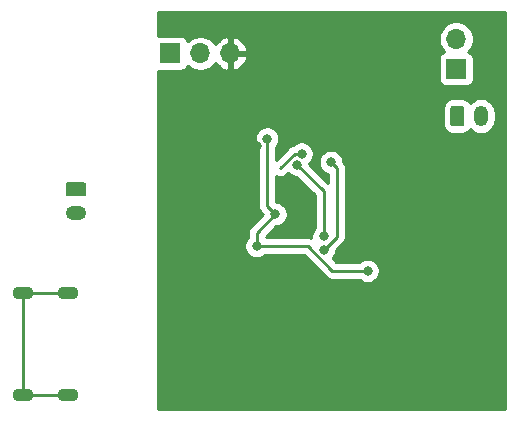
<source format=gbl>
G04 #@! TF.GenerationSoftware,KiCad,Pcbnew,(5.1.5-0)*
G04 #@! TF.CreationDate,2022-05-19T14:53:53-06:00*
G04 #@! TF.ProjectId,TPS61165-heater-v5,54505336-3131-4363-952d-686561746572,rev?*
G04 #@! TF.SameCoordinates,Original*
G04 #@! TF.FileFunction,Copper,L2,Bot*
G04 #@! TF.FilePolarity,Positive*
%FSLAX46Y46*%
G04 Gerber Fmt 4.6, Leading zero omitted, Abs format (unit mm)*
G04 Created by KiCad (PCBNEW (5.1.5-0)) date 2022-05-19 14:53:53*
%MOMM*%
%LPD*%
G04 APERTURE LIST*
%ADD10O,1.800000X1.100000*%
%ADD11O,1.700000X1.700000*%
%ADD12R,1.700000X1.700000*%
%ADD13O,1.200000X1.750000*%
%ADD14C,0.100000*%
%ADD15O,1.750000X1.200000*%
%ADD16C,0.800000*%
%ADD17C,0.250000*%
%ADD18C,0.254000*%
G04 APERTURE END LIST*
D10*
X118525000Y-79480000D03*
X118525000Y-88120000D03*
X122325000Y-79480000D03*
X122325000Y-88120000D03*
D11*
X136080000Y-59200000D03*
X133540000Y-59200000D03*
D12*
X131000000Y-59200000D03*
D13*
X157300000Y-64500000D03*
G04 #@! TA.AperFunction,ComponentPad*
D14*
G36*
X155674505Y-63626204D02*
G01*
X155698773Y-63629804D01*
X155722572Y-63635765D01*
X155745671Y-63644030D01*
X155767850Y-63654520D01*
X155788893Y-63667132D01*
X155808599Y-63681747D01*
X155826777Y-63698223D01*
X155843253Y-63716401D01*
X155857868Y-63736107D01*
X155870480Y-63757150D01*
X155880970Y-63779329D01*
X155889235Y-63802428D01*
X155895196Y-63826227D01*
X155898796Y-63850495D01*
X155900000Y-63874999D01*
X155900000Y-65125001D01*
X155898796Y-65149505D01*
X155895196Y-65173773D01*
X155889235Y-65197572D01*
X155880970Y-65220671D01*
X155870480Y-65242850D01*
X155857868Y-65263893D01*
X155843253Y-65283599D01*
X155826777Y-65301777D01*
X155808599Y-65318253D01*
X155788893Y-65332868D01*
X155767850Y-65345480D01*
X155745671Y-65355970D01*
X155722572Y-65364235D01*
X155698773Y-65370196D01*
X155674505Y-65373796D01*
X155650001Y-65375000D01*
X154949999Y-65375000D01*
X154925495Y-65373796D01*
X154901227Y-65370196D01*
X154877428Y-65364235D01*
X154854329Y-65355970D01*
X154832150Y-65345480D01*
X154811107Y-65332868D01*
X154791401Y-65318253D01*
X154773223Y-65301777D01*
X154756747Y-65283599D01*
X154742132Y-65263893D01*
X154729520Y-65242850D01*
X154719030Y-65220671D01*
X154710765Y-65197572D01*
X154704804Y-65173773D01*
X154701204Y-65149505D01*
X154700000Y-65125001D01*
X154700000Y-63874999D01*
X154701204Y-63850495D01*
X154704804Y-63826227D01*
X154710765Y-63802428D01*
X154719030Y-63779329D01*
X154729520Y-63757150D01*
X154742132Y-63736107D01*
X154756747Y-63716401D01*
X154773223Y-63698223D01*
X154791401Y-63681747D01*
X154811107Y-63667132D01*
X154832150Y-63654520D01*
X154854329Y-63644030D01*
X154877428Y-63635765D01*
X154901227Y-63629804D01*
X154925495Y-63626204D01*
X154949999Y-63625000D01*
X155650001Y-63625000D01*
X155674505Y-63626204D01*
G37*
G04 #@! TD.AperFunction*
D11*
X155200000Y-57960000D03*
D12*
X155200000Y-60500000D03*
D15*
X123000000Y-72700000D03*
G04 #@! TA.AperFunction,ComponentPad*
D14*
G36*
X123649505Y-70101204D02*
G01*
X123673773Y-70104804D01*
X123697572Y-70110765D01*
X123720671Y-70119030D01*
X123742850Y-70129520D01*
X123763893Y-70142132D01*
X123783599Y-70156747D01*
X123801777Y-70173223D01*
X123818253Y-70191401D01*
X123832868Y-70211107D01*
X123845480Y-70232150D01*
X123855970Y-70254329D01*
X123864235Y-70277428D01*
X123870196Y-70301227D01*
X123873796Y-70325495D01*
X123875000Y-70349999D01*
X123875000Y-71050001D01*
X123873796Y-71074505D01*
X123870196Y-71098773D01*
X123864235Y-71122572D01*
X123855970Y-71145671D01*
X123845480Y-71167850D01*
X123832868Y-71188893D01*
X123818253Y-71208599D01*
X123801777Y-71226777D01*
X123783599Y-71243253D01*
X123763893Y-71257868D01*
X123742850Y-71270480D01*
X123720671Y-71280970D01*
X123697572Y-71289235D01*
X123673773Y-71295196D01*
X123649505Y-71298796D01*
X123625001Y-71300000D01*
X122374999Y-71300000D01*
X122350495Y-71298796D01*
X122326227Y-71295196D01*
X122302428Y-71289235D01*
X122279329Y-71280970D01*
X122257150Y-71270480D01*
X122236107Y-71257868D01*
X122216401Y-71243253D01*
X122198223Y-71226777D01*
X122181747Y-71208599D01*
X122167132Y-71188893D01*
X122154520Y-71167850D01*
X122144030Y-71145671D01*
X122135765Y-71122572D01*
X122129804Y-71098773D01*
X122126204Y-71074505D01*
X122125000Y-71050001D01*
X122125000Y-70349999D01*
X122126204Y-70325495D01*
X122129804Y-70301227D01*
X122135765Y-70277428D01*
X122144030Y-70254329D01*
X122154520Y-70232150D01*
X122167132Y-70211107D01*
X122181747Y-70191401D01*
X122198223Y-70173223D01*
X122216401Y-70156747D01*
X122236107Y-70142132D01*
X122257150Y-70129520D01*
X122279329Y-70119030D01*
X122302428Y-70110765D01*
X122326227Y-70104804D01*
X122350495Y-70101204D01*
X122374999Y-70100000D01*
X123625001Y-70100000D01*
X123649505Y-70101204D01*
G37*
G04 #@! TD.AperFunction*
D16*
X147900000Y-83800000D03*
X147900000Y-83000000D03*
X147900000Y-84600000D03*
X147900000Y-82200000D03*
X147900000Y-87300000D03*
X152700000Y-83600000D03*
X149500000Y-88800000D03*
X138400000Y-79300000D03*
X141700000Y-79300000D03*
X138350000Y-80650000D03*
X141700000Y-78000000D03*
X141700000Y-71500000D03*
X138000000Y-71400000D03*
X138300000Y-67025000D03*
X147700000Y-77600000D03*
X138300000Y-75500000D03*
X139200000Y-66400000D03*
X139900000Y-72800000D03*
X144000000Y-75800000D03*
X144600000Y-68400000D03*
X142106139Y-67686186D03*
X143980154Y-74680154D03*
X141700000Y-68600000D03*
D17*
X122325000Y-79480000D02*
X118525000Y-79480000D01*
X122325000Y-88120000D02*
X118525000Y-88120000D01*
X118525000Y-88120000D02*
X118525000Y-79480000D01*
X142626998Y-75500000D02*
X138300000Y-75500000D01*
X144726998Y-77600000D02*
X142626998Y-75500000D01*
X147700000Y-77600000D02*
X144726998Y-77600000D01*
X139200000Y-72100000D02*
X139900000Y-72800000D01*
X139200000Y-66400000D02*
X139200000Y-72100000D01*
X138300000Y-74400000D02*
X139900000Y-72800000D01*
X138300000Y-75500000D02*
X138300000Y-74400000D01*
X144000000Y-75800000D02*
X145100000Y-74700000D01*
X145100000Y-68900000D02*
X144600000Y-68400000D01*
X145100000Y-74700000D02*
X145100000Y-68900000D01*
X141540454Y-67686186D02*
X140309411Y-68917229D01*
X142106139Y-67686186D02*
X141540454Y-67686186D01*
X143980154Y-70880154D02*
X141700000Y-68600000D01*
X143980154Y-74680154D02*
X143980154Y-70880154D01*
D18*
G36*
X159340001Y-89340000D02*
G01*
X129927000Y-89340000D01*
X129927000Y-75398061D01*
X137265000Y-75398061D01*
X137265000Y-75601939D01*
X137304774Y-75801898D01*
X137382795Y-75990256D01*
X137496063Y-76159774D01*
X137640226Y-76303937D01*
X137809744Y-76417205D01*
X137998102Y-76495226D01*
X138198061Y-76535000D01*
X138401939Y-76535000D01*
X138601898Y-76495226D01*
X138790256Y-76417205D01*
X138959774Y-76303937D01*
X139003711Y-76260000D01*
X142312197Y-76260000D01*
X144163203Y-78111008D01*
X144186997Y-78140001D01*
X144215990Y-78163795D01*
X144215994Y-78163799D01*
X144286683Y-78221811D01*
X144302722Y-78234974D01*
X144434751Y-78305546D01*
X144578012Y-78349003D01*
X144689665Y-78360000D01*
X144689674Y-78360000D01*
X144726997Y-78363676D01*
X144764320Y-78360000D01*
X146996289Y-78360000D01*
X147040226Y-78403937D01*
X147209744Y-78517205D01*
X147398102Y-78595226D01*
X147598061Y-78635000D01*
X147801939Y-78635000D01*
X148001898Y-78595226D01*
X148190256Y-78517205D01*
X148359774Y-78403937D01*
X148503937Y-78259774D01*
X148617205Y-78090256D01*
X148695226Y-77901898D01*
X148735000Y-77701939D01*
X148735000Y-77498061D01*
X148695226Y-77298102D01*
X148617205Y-77109744D01*
X148503937Y-76940226D01*
X148359774Y-76796063D01*
X148190256Y-76682795D01*
X148001898Y-76604774D01*
X147801939Y-76565000D01*
X147598061Y-76565000D01*
X147398102Y-76604774D01*
X147209744Y-76682795D01*
X147040226Y-76796063D01*
X146996289Y-76840000D01*
X145041801Y-76840000D01*
X144732756Y-76530955D01*
X144803937Y-76459774D01*
X144917205Y-76290256D01*
X144995226Y-76101898D01*
X145035000Y-75901939D01*
X145035000Y-75839801D01*
X145611004Y-75263798D01*
X145640001Y-75240001D01*
X145697113Y-75170410D01*
X145734974Y-75124277D01*
X145805546Y-74992247D01*
X145805546Y-74992246D01*
X145849003Y-74848986D01*
X145860000Y-74737333D01*
X145860000Y-74737323D01*
X145863676Y-74700000D01*
X145860000Y-74662677D01*
X145860000Y-68937325D01*
X145863676Y-68900000D01*
X145860000Y-68862675D01*
X145860000Y-68862667D01*
X145849003Y-68751014D01*
X145805546Y-68607753D01*
X145734974Y-68475724D01*
X145640001Y-68359999D01*
X145635000Y-68355895D01*
X145635000Y-68298061D01*
X145595226Y-68098102D01*
X145517205Y-67909744D01*
X145403937Y-67740226D01*
X145259774Y-67596063D01*
X145090256Y-67482795D01*
X144901898Y-67404774D01*
X144701939Y-67365000D01*
X144498061Y-67365000D01*
X144298102Y-67404774D01*
X144109744Y-67482795D01*
X143940226Y-67596063D01*
X143796063Y-67740226D01*
X143682795Y-67909744D01*
X143604774Y-68098102D01*
X143565000Y-68298061D01*
X143565000Y-68501939D01*
X143604774Y-68701898D01*
X143682795Y-68890256D01*
X143796063Y-69059774D01*
X143940226Y-69203937D01*
X144109744Y-69317205D01*
X144298102Y-69395226D01*
X144340001Y-69403560D01*
X144340001Y-70165199D01*
X142735000Y-68560199D01*
X142735000Y-68510778D01*
X142765913Y-68490123D01*
X142910076Y-68345960D01*
X143023344Y-68176442D01*
X143101365Y-67988084D01*
X143141139Y-67788125D01*
X143141139Y-67584247D01*
X143101365Y-67384288D01*
X143023344Y-67195930D01*
X142910076Y-67026412D01*
X142765913Y-66882249D01*
X142596395Y-66768981D01*
X142408037Y-66690960D01*
X142208078Y-66651186D01*
X142004200Y-66651186D01*
X141804241Y-66690960D01*
X141615883Y-66768981D01*
X141446365Y-66882249D01*
X141391415Y-66937199D01*
X141248207Y-66980640D01*
X141116178Y-67051212D01*
X141000453Y-67146185D01*
X140976655Y-67175183D01*
X139960000Y-68191839D01*
X139960000Y-67103711D01*
X140003937Y-67059774D01*
X140117205Y-66890256D01*
X140195226Y-66701898D01*
X140235000Y-66501939D01*
X140235000Y-66298061D01*
X140195226Y-66098102D01*
X140117205Y-65909744D01*
X140003937Y-65740226D01*
X139859774Y-65596063D01*
X139690256Y-65482795D01*
X139501898Y-65404774D01*
X139301939Y-65365000D01*
X139098061Y-65365000D01*
X138898102Y-65404774D01*
X138709744Y-65482795D01*
X138540226Y-65596063D01*
X138396063Y-65740226D01*
X138282795Y-65909744D01*
X138204774Y-66098102D01*
X138165000Y-66298061D01*
X138165000Y-66501939D01*
X138204774Y-66701898D01*
X138282795Y-66890256D01*
X138396063Y-67059774D01*
X138440000Y-67103711D01*
X138440001Y-72062668D01*
X138436324Y-72100000D01*
X138450998Y-72248985D01*
X138494454Y-72392246D01*
X138565026Y-72524276D01*
X138636201Y-72611002D01*
X138660000Y-72640001D01*
X138688997Y-72663799D01*
X138825198Y-72800000D01*
X137788998Y-73836201D01*
X137760000Y-73859999D01*
X137736202Y-73888997D01*
X137736201Y-73888998D01*
X137665026Y-73975724D01*
X137594454Y-74107754D01*
X137550998Y-74251015D01*
X137536324Y-74400000D01*
X137540001Y-74437332D01*
X137540001Y-74796288D01*
X137496063Y-74840226D01*
X137382795Y-75009744D01*
X137304774Y-75198102D01*
X137265000Y-75398061D01*
X129927000Y-75398061D01*
X129927000Y-63874999D01*
X154061928Y-63874999D01*
X154061928Y-65125001D01*
X154078992Y-65298255D01*
X154129528Y-65464851D01*
X154211595Y-65618387D01*
X154322038Y-65752962D01*
X154456613Y-65863405D01*
X154610149Y-65945472D01*
X154776745Y-65996008D01*
X154949999Y-66013072D01*
X155650001Y-66013072D01*
X155823255Y-65996008D01*
X155989851Y-65945472D01*
X156143387Y-65863405D01*
X156277962Y-65752962D01*
X156388405Y-65618387D01*
X156390810Y-65613888D01*
X156422499Y-65652502D01*
X156610552Y-65806833D01*
X156825100Y-65921511D01*
X157057899Y-65992130D01*
X157300000Y-66015975D01*
X157542102Y-65992130D01*
X157774901Y-65921511D01*
X157989449Y-65806833D01*
X158177502Y-65652502D01*
X158331833Y-65464449D01*
X158446511Y-65249900D01*
X158517130Y-65017101D01*
X158535000Y-64835664D01*
X158535000Y-64164335D01*
X158517130Y-63982898D01*
X158446511Y-63750099D01*
X158331833Y-63535551D01*
X158177502Y-63347498D01*
X157989448Y-63193167D01*
X157774900Y-63078489D01*
X157542101Y-63007870D01*
X157300000Y-62984025D01*
X157057898Y-63007870D01*
X156825099Y-63078489D01*
X156610551Y-63193167D01*
X156422498Y-63347498D01*
X156390809Y-63386111D01*
X156388405Y-63381613D01*
X156277962Y-63247038D01*
X156143387Y-63136595D01*
X155989851Y-63054528D01*
X155823255Y-63003992D01*
X155650001Y-62986928D01*
X154949999Y-62986928D01*
X154776745Y-63003992D01*
X154610149Y-63054528D01*
X154456613Y-63136595D01*
X154322038Y-63247038D01*
X154211595Y-63381613D01*
X154129528Y-63535149D01*
X154078992Y-63701745D01*
X154061928Y-63874999D01*
X129927000Y-63874999D01*
X129927000Y-60645927D01*
X130025518Y-60675812D01*
X130150000Y-60688072D01*
X131850000Y-60688072D01*
X131974482Y-60675812D01*
X132094180Y-60639502D01*
X132204494Y-60580537D01*
X132301185Y-60501185D01*
X132380537Y-60404494D01*
X132439502Y-60294180D01*
X132461513Y-60221620D01*
X132593368Y-60353475D01*
X132836589Y-60515990D01*
X133106842Y-60627932D01*
X133393740Y-60685000D01*
X133686260Y-60685000D01*
X133973158Y-60627932D01*
X134243411Y-60515990D01*
X134486632Y-60353475D01*
X134693475Y-60146632D01*
X134815195Y-59964466D01*
X134884822Y-60081355D01*
X135079731Y-60297588D01*
X135313080Y-60471641D01*
X135575901Y-60596825D01*
X135723110Y-60641476D01*
X135953000Y-60520155D01*
X135953000Y-59327000D01*
X136207000Y-59327000D01*
X136207000Y-60520155D01*
X136436890Y-60641476D01*
X136584099Y-60596825D01*
X136846920Y-60471641D01*
X137080269Y-60297588D01*
X137275178Y-60081355D01*
X137424157Y-59831252D01*
X137488452Y-59650000D01*
X153711928Y-59650000D01*
X153711928Y-61350000D01*
X153724188Y-61474482D01*
X153760498Y-61594180D01*
X153819463Y-61704494D01*
X153898815Y-61801185D01*
X153995506Y-61880537D01*
X154105820Y-61939502D01*
X154225518Y-61975812D01*
X154350000Y-61988072D01*
X156050000Y-61988072D01*
X156174482Y-61975812D01*
X156294180Y-61939502D01*
X156404494Y-61880537D01*
X156501185Y-61801185D01*
X156580537Y-61704494D01*
X156639502Y-61594180D01*
X156675812Y-61474482D01*
X156688072Y-61350000D01*
X156688072Y-59650000D01*
X156675812Y-59525518D01*
X156639502Y-59405820D01*
X156580537Y-59295506D01*
X156501185Y-59198815D01*
X156404494Y-59119463D01*
X156294180Y-59060498D01*
X156221620Y-59038487D01*
X156353475Y-58906632D01*
X156515990Y-58663411D01*
X156627932Y-58393158D01*
X156685000Y-58106260D01*
X156685000Y-57813740D01*
X156627932Y-57526842D01*
X156515990Y-57256589D01*
X156353475Y-57013368D01*
X156146632Y-56806525D01*
X155903411Y-56644010D01*
X155633158Y-56532068D01*
X155346260Y-56475000D01*
X155053740Y-56475000D01*
X154766842Y-56532068D01*
X154496589Y-56644010D01*
X154253368Y-56806525D01*
X154046525Y-57013368D01*
X153884010Y-57256589D01*
X153772068Y-57526842D01*
X153715000Y-57813740D01*
X153715000Y-58106260D01*
X153772068Y-58393158D01*
X153884010Y-58663411D01*
X154046525Y-58906632D01*
X154178380Y-59038487D01*
X154105820Y-59060498D01*
X153995506Y-59119463D01*
X153898815Y-59198815D01*
X153819463Y-59295506D01*
X153760498Y-59405820D01*
X153724188Y-59525518D01*
X153711928Y-59650000D01*
X137488452Y-59650000D01*
X137521481Y-59556891D01*
X137400814Y-59327000D01*
X136207000Y-59327000D01*
X135953000Y-59327000D01*
X135933000Y-59327000D01*
X135933000Y-59073000D01*
X135953000Y-59073000D01*
X135953000Y-57879845D01*
X136207000Y-57879845D01*
X136207000Y-59073000D01*
X137400814Y-59073000D01*
X137521481Y-58843109D01*
X137424157Y-58568748D01*
X137275178Y-58318645D01*
X137080269Y-58102412D01*
X136846920Y-57928359D01*
X136584099Y-57803175D01*
X136436890Y-57758524D01*
X136207000Y-57879845D01*
X135953000Y-57879845D01*
X135723110Y-57758524D01*
X135575901Y-57803175D01*
X135313080Y-57928359D01*
X135079731Y-58102412D01*
X134884822Y-58318645D01*
X134815195Y-58435534D01*
X134693475Y-58253368D01*
X134486632Y-58046525D01*
X134243411Y-57884010D01*
X133973158Y-57772068D01*
X133686260Y-57715000D01*
X133393740Y-57715000D01*
X133106842Y-57772068D01*
X132836589Y-57884010D01*
X132593368Y-58046525D01*
X132461513Y-58178380D01*
X132439502Y-58105820D01*
X132380537Y-57995506D01*
X132301185Y-57898815D01*
X132204494Y-57819463D01*
X132094180Y-57760498D01*
X131974482Y-57724188D01*
X131850000Y-57711928D01*
X130150000Y-57711928D01*
X130025518Y-57724188D01*
X129927000Y-57754073D01*
X129927000Y-55660000D01*
X159340000Y-55660000D01*
X159340001Y-89340000D01*
G37*
X159340001Y-89340000D02*
X129927000Y-89340000D01*
X129927000Y-75398061D01*
X137265000Y-75398061D01*
X137265000Y-75601939D01*
X137304774Y-75801898D01*
X137382795Y-75990256D01*
X137496063Y-76159774D01*
X137640226Y-76303937D01*
X137809744Y-76417205D01*
X137998102Y-76495226D01*
X138198061Y-76535000D01*
X138401939Y-76535000D01*
X138601898Y-76495226D01*
X138790256Y-76417205D01*
X138959774Y-76303937D01*
X139003711Y-76260000D01*
X142312197Y-76260000D01*
X144163203Y-78111008D01*
X144186997Y-78140001D01*
X144215990Y-78163795D01*
X144215994Y-78163799D01*
X144286683Y-78221811D01*
X144302722Y-78234974D01*
X144434751Y-78305546D01*
X144578012Y-78349003D01*
X144689665Y-78360000D01*
X144689674Y-78360000D01*
X144726997Y-78363676D01*
X144764320Y-78360000D01*
X146996289Y-78360000D01*
X147040226Y-78403937D01*
X147209744Y-78517205D01*
X147398102Y-78595226D01*
X147598061Y-78635000D01*
X147801939Y-78635000D01*
X148001898Y-78595226D01*
X148190256Y-78517205D01*
X148359774Y-78403937D01*
X148503937Y-78259774D01*
X148617205Y-78090256D01*
X148695226Y-77901898D01*
X148735000Y-77701939D01*
X148735000Y-77498061D01*
X148695226Y-77298102D01*
X148617205Y-77109744D01*
X148503937Y-76940226D01*
X148359774Y-76796063D01*
X148190256Y-76682795D01*
X148001898Y-76604774D01*
X147801939Y-76565000D01*
X147598061Y-76565000D01*
X147398102Y-76604774D01*
X147209744Y-76682795D01*
X147040226Y-76796063D01*
X146996289Y-76840000D01*
X145041801Y-76840000D01*
X144732756Y-76530955D01*
X144803937Y-76459774D01*
X144917205Y-76290256D01*
X144995226Y-76101898D01*
X145035000Y-75901939D01*
X145035000Y-75839801D01*
X145611004Y-75263798D01*
X145640001Y-75240001D01*
X145697113Y-75170410D01*
X145734974Y-75124277D01*
X145805546Y-74992247D01*
X145805546Y-74992246D01*
X145849003Y-74848986D01*
X145860000Y-74737333D01*
X145860000Y-74737323D01*
X145863676Y-74700000D01*
X145860000Y-74662677D01*
X145860000Y-68937325D01*
X145863676Y-68900000D01*
X145860000Y-68862675D01*
X145860000Y-68862667D01*
X145849003Y-68751014D01*
X145805546Y-68607753D01*
X145734974Y-68475724D01*
X145640001Y-68359999D01*
X145635000Y-68355895D01*
X145635000Y-68298061D01*
X145595226Y-68098102D01*
X145517205Y-67909744D01*
X145403937Y-67740226D01*
X145259774Y-67596063D01*
X145090256Y-67482795D01*
X144901898Y-67404774D01*
X144701939Y-67365000D01*
X144498061Y-67365000D01*
X144298102Y-67404774D01*
X144109744Y-67482795D01*
X143940226Y-67596063D01*
X143796063Y-67740226D01*
X143682795Y-67909744D01*
X143604774Y-68098102D01*
X143565000Y-68298061D01*
X143565000Y-68501939D01*
X143604774Y-68701898D01*
X143682795Y-68890256D01*
X143796063Y-69059774D01*
X143940226Y-69203937D01*
X144109744Y-69317205D01*
X144298102Y-69395226D01*
X144340001Y-69403560D01*
X144340001Y-70165199D01*
X142735000Y-68560199D01*
X142735000Y-68510778D01*
X142765913Y-68490123D01*
X142910076Y-68345960D01*
X143023344Y-68176442D01*
X143101365Y-67988084D01*
X143141139Y-67788125D01*
X143141139Y-67584247D01*
X143101365Y-67384288D01*
X143023344Y-67195930D01*
X142910076Y-67026412D01*
X142765913Y-66882249D01*
X142596395Y-66768981D01*
X142408037Y-66690960D01*
X142208078Y-66651186D01*
X142004200Y-66651186D01*
X141804241Y-66690960D01*
X141615883Y-66768981D01*
X141446365Y-66882249D01*
X141391415Y-66937199D01*
X141248207Y-66980640D01*
X141116178Y-67051212D01*
X141000453Y-67146185D01*
X140976655Y-67175183D01*
X139960000Y-68191839D01*
X139960000Y-67103711D01*
X140003937Y-67059774D01*
X140117205Y-66890256D01*
X140195226Y-66701898D01*
X140235000Y-66501939D01*
X140235000Y-66298061D01*
X140195226Y-66098102D01*
X140117205Y-65909744D01*
X140003937Y-65740226D01*
X139859774Y-65596063D01*
X139690256Y-65482795D01*
X139501898Y-65404774D01*
X139301939Y-65365000D01*
X139098061Y-65365000D01*
X138898102Y-65404774D01*
X138709744Y-65482795D01*
X138540226Y-65596063D01*
X138396063Y-65740226D01*
X138282795Y-65909744D01*
X138204774Y-66098102D01*
X138165000Y-66298061D01*
X138165000Y-66501939D01*
X138204774Y-66701898D01*
X138282795Y-66890256D01*
X138396063Y-67059774D01*
X138440000Y-67103711D01*
X138440001Y-72062668D01*
X138436324Y-72100000D01*
X138450998Y-72248985D01*
X138494454Y-72392246D01*
X138565026Y-72524276D01*
X138636201Y-72611002D01*
X138660000Y-72640001D01*
X138688997Y-72663799D01*
X138825198Y-72800000D01*
X137788998Y-73836201D01*
X137760000Y-73859999D01*
X137736202Y-73888997D01*
X137736201Y-73888998D01*
X137665026Y-73975724D01*
X137594454Y-74107754D01*
X137550998Y-74251015D01*
X137536324Y-74400000D01*
X137540001Y-74437332D01*
X137540001Y-74796288D01*
X137496063Y-74840226D01*
X137382795Y-75009744D01*
X137304774Y-75198102D01*
X137265000Y-75398061D01*
X129927000Y-75398061D01*
X129927000Y-63874999D01*
X154061928Y-63874999D01*
X154061928Y-65125001D01*
X154078992Y-65298255D01*
X154129528Y-65464851D01*
X154211595Y-65618387D01*
X154322038Y-65752962D01*
X154456613Y-65863405D01*
X154610149Y-65945472D01*
X154776745Y-65996008D01*
X154949999Y-66013072D01*
X155650001Y-66013072D01*
X155823255Y-65996008D01*
X155989851Y-65945472D01*
X156143387Y-65863405D01*
X156277962Y-65752962D01*
X156388405Y-65618387D01*
X156390810Y-65613888D01*
X156422499Y-65652502D01*
X156610552Y-65806833D01*
X156825100Y-65921511D01*
X157057899Y-65992130D01*
X157300000Y-66015975D01*
X157542102Y-65992130D01*
X157774901Y-65921511D01*
X157989449Y-65806833D01*
X158177502Y-65652502D01*
X158331833Y-65464449D01*
X158446511Y-65249900D01*
X158517130Y-65017101D01*
X158535000Y-64835664D01*
X158535000Y-64164335D01*
X158517130Y-63982898D01*
X158446511Y-63750099D01*
X158331833Y-63535551D01*
X158177502Y-63347498D01*
X157989448Y-63193167D01*
X157774900Y-63078489D01*
X157542101Y-63007870D01*
X157300000Y-62984025D01*
X157057898Y-63007870D01*
X156825099Y-63078489D01*
X156610551Y-63193167D01*
X156422498Y-63347498D01*
X156390809Y-63386111D01*
X156388405Y-63381613D01*
X156277962Y-63247038D01*
X156143387Y-63136595D01*
X155989851Y-63054528D01*
X155823255Y-63003992D01*
X155650001Y-62986928D01*
X154949999Y-62986928D01*
X154776745Y-63003992D01*
X154610149Y-63054528D01*
X154456613Y-63136595D01*
X154322038Y-63247038D01*
X154211595Y-63381613D01*
X154129528Y-63535149D01*
X154078992Y-63701745D01*
X154061928Y-63874999D01*
X129927000Y-63874999D01*
X129927000Y-60645927D01*
X130025518Y-60675812D01*
X130150000Y-60688072D01*
X131850000Y-60688072D01*
X131974482Y-60675812D01*
X132094180Y-60639502D01*
X132204494Y-60580537D01*
X132301185Y-60501185D01*
X132380537Y-60404494D01*
X132439502Y-60294180D01*
X132461513Y-60221620D01*
X132593368Y-60353475D01*
X132836589Y-60515990D01*
X133106842Y-60627932D01*
X133393740Y-60685000D01*
X133686260Y-60685000D01*
X133973158Y-60627932D01*
X134243411Y-60515990D01*
X134486632Y-60353475D01*
X134693475Y-60146632D01*
X134815195Y-59964466D01*
X134884822Y-60081355D01*
X135079731Y-60297588D01*
X135313080Y-60471641D01*
X135575901Y-60596825D01*
X135723110Y-60641476D01*
X135953000Y-60520155D01*
X135953000Y-59327000D01*
X136207000Y-59327000D01*
X136207000Y-60520155D01*
X136436890Y-60641476D01*
X136584099Y-60596825D01*
X136846920Y-60471641D01*
X137080269Y-60297588D01*
X137275178Y-60081355D01*
X137424157Y-59831252D01*
X137488452Y-59650000D01*
X153711928Y-59650000D01*
X153711928Y-61350000D01*
X153724188Y-61474482D01*
X153760498Y-61594180D01*
X153819463Y-61704494D01*
X153898815Y-61801185D01*
X153995506Y-61880537D01*
X154105820Y-61939502D01*
X154225518Y-61975812D01*
X154350000Y-61988072D01*
X156050000Y-61988072D01*
X156174482Y-61975812D01*
X156294180Y-61939502D01*
X156404494Y-61880537D01*
X156501185Y-61801185D01*
X156580537Y-61704494D01*
X156639502Y-61594180D01*
X156675812Y-61474482D01*
X156688072Y-61350000D01*
X156688072Y-59650000D01*
X156675812Y-59525518D01*
X156639502Y-59405820D01*
X156580537Y-59295506D01*
X156501185Y-59198815D01*
X156404494Y-59119463D01*
X156294180Y-59060498D01*
X156221620Y-59038487D01*
X156353475Y-58906632D01*
X156515990Y-58663411D01*
X156627932Y-58393158D01*
X156685000Y-58106260D01*
X156685000Y-57813740D01*
X156627932Y-57526842D01*
X156515990Y-57256589D01*
X156353475Y-57013368D01*
X156146632Y-56806525D01*
X155903411Y-56644010D01*
X155633158Y-56532068D01*
X155346260Y-56475000D01*
X155053740Y-56475000D01*
X154766842Y-56532068D01*
X154496589Y-56644010D01*
X154253368Y-56806525D01*
X154046525Y-57013368D01*
X153884010Y-57256589D01*
X153772068Y-57526842D01*
X153715000Y-57813740D01*
X153715000Y-58106260D01*
X153772068Y-58393158D01*
X153884010Y-58663411D01*
X154046525Y-58906632D01*
X154178380Y-59038487D01*
X154105820Y-59060498D01*
X153995506Y-59119463D01*
X153898815Y-59198815D01*
X153819463Y-59295506D01*
X153760498Y-59405820D01*
X153724188Y-59525518D01*
X153711928Y-59650000D01*
X137488452Y-59650000D01*
X137521481Y-59556891D01*
X137400814Y-59327000D01*
X136207000Y-59327000D01*
X135953000Y-59327000D01*
X135933000Y-59327000D01*
X135933000Y-59073000D01*
X135953000Y-59073000D01*
X135953000Y-57879845D01*
X136207000Y-57879845D01*
X136207000Y-59073000D01*
X137400814Y-59073000D01*
X137521481Y-58843109D01*
X137424157Y-58568748D01*
X137275178Y-58318645D01*
X137080269Y-58102412D01*
X136846920Y-57928359D01*
X136584099Y-57803175D01*
X136436890Y-57758524D01*
X136207000Y-57879845D01*
X135953000Y-57879845D01*
X135723110Y-57758524D01*
X135575901Y-57803175D01*
X135313080Y-57928359D01*
X135079731Y-58102412D01*
X134884822Y-58318645D01*
X134815195Y-58435534D01*
X134693475Y-58253368D01*
X134486632Y-58046525D01*
X134243411Y-57884010D01*
X133973158Y-57772068D01*
X133686260Y-57715000D01*
X133393740Y-57715000D01*
X133106842Y-57772068D01*
X132836589Y-57884010D01*
X132593368Y-58046525D01*
X132461513Y-58178380D01*
X132439502Y-58105820D01*
X132380537Y-57995506D01*
X132301185Y-57898815D01*
X132204494Y-57819463D01*
X132094180Y-57760498D01*
X131974482Y-57724188D01*
X131850000Y-57711928D01*
X130150000Y-57711928D01*
X130025518Y-57724188D01*
X129927000Y-57754073D01*
X129927000Y-55660000D01*
X159340000Y-55660000D01*
X159340001Y-89340000D01*
G36*
X141040226Y-69403937D02*
G01*
X141209744Y-69517205D01*
X141398102Y-69595226D01*
X141598061Y-69635000D01*
X141660199Y-69635000D01*
X143220155Y-71194957D01*
X143220154Y-73976443D01*
X143176217Y-74020380D01*
X143062949Y-74189898D01*
X142984928Y-74378256D01*
X142945154Y-74578215D01*
X142945154Y-74782093D01*
X142950988Y-74811421D01*
X142919245Y-74794454D01*
X142775984Y-74750997D01*
X142664331Y-74740000D01*
X142664320Y-74740000D01*
X142626998Y-74736324D01*
X142589676Y-74740000D01*
X139060000Y-74740000D01*
X139060000Y-74714801D01*
X139939802Y-73835000D01*
X140001939Y-73835000D01*
X140201898Y-73795226D01*
X140390256Y-73717205D01*
X140559774Y-73603937D01*
X140703937Y-73459774D01*
X140817205Y-73290256D01*
X140895226Y-73101898D01*
X140935000Y-72901939D01*
X140935000Y-72698061D01*
X140895226Y-72498102D01*
X140817205Y-72309744D01*
X140703937Y-72140226D01*
X140559774Y-71996063D01*
X140390256Y-71882795D01*
X140201898Y-71804774D01*
X140001939Y-71765000D01*
X139960000Y-71765000D01*
X139960000Y-69592219D01*
X140017165Y-69622775D01*
X140160426Y-69666231D01*
X140309411Y-69680905D01*
X140458396Y-69666231D01*
X140601657Y-69622775D01*
X140733687Y-69552203D01*
X140820413Y-69481028D01*
X140968865Y-69332576D01*
X141040226Y-69403937D01*
G37*
X141040226Y-69403937D02*
X141209744Y-69517205D01*
X141398102Y-69595226D01*
X141598061Y-69635000D01*
X141660199Y-69635000D01*
X143220155Y-71194957D01*
X143220154Y-73976443D01*
X143176217Y-74020380D01*
X143062949Y-74189898D01*
X142984928Y-74378256D01*
X142945154Y-74578215D01*
X142945154Y-74782093D01*
X142950988Y-74811421D01*
X142919245Y-74794454D01*
X142775984Y-74750997D01*
X142664331Y-74740000D01*
X142664320Y-74740000D01*
X142626998Y-74736324D01*
X142589676Y-74740000D01*
X139060000Y-74740000D01*
X139060000Y-74714801D01*
X139939802Y-73835000D01*
X140001939Y-73835000D01*
X140201898Y-73795226D01*
X140390256Y-73717205D01*
X140559774Y-73603937D01*
X140703937Y-73459774D01*
X140817205Y-73290256D01*
X140895226Y-73101898D01*
X140935000Y-72901939D01*
X140935000Y-72698061D01*
X140895226Y-72498102D01*
X140817205Y-72309744D01*
X140703937Y-72140226D01*
X140559774Y-71996063D01*
X140390256Y-71882795D01*
X140201898Y-71804774D01*
X140001939Y-71765000D01*
X139960000Y-71765000D01*
X139960000Y-69592219D01*
X140017165Y-69622775D01*
X140160426Y-69666231D01*
X140309411Y-69680905D01*
X140458396Y-69666231D01*
X140601657Y-69622775D01*
X140733687Y-69552203D01*
X140820413Y-69481028D01*
X140968865Y-69332576D01*
X141040226Y-69403937D01*
M02*

</source>
